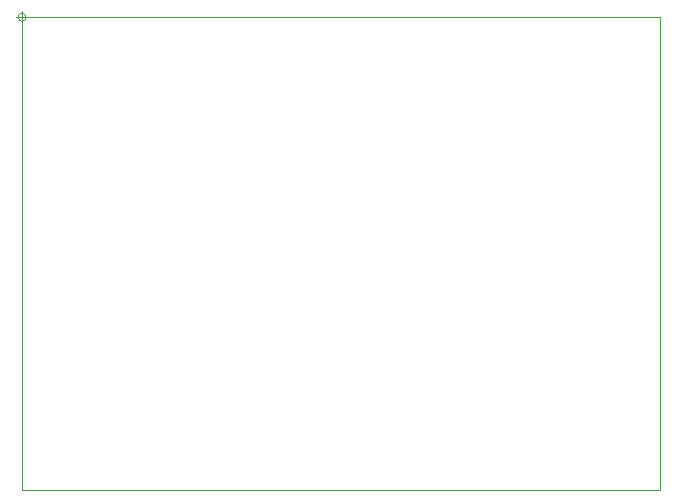
<source format=gbr>
%TF.GenerationSoftware,KiCad,Pcbnew,(6.0.8)*%
%TF.CreationDate,2022-10-20T22:21:08+02:00*%
%TF.ProjectId,WDSSR,57445353-522e-46b6-9963-61645f706362,rev?*%
%TF.SameCoordinates,PX7270e00PY4c4b400*%
%TF.FileFunction,Profile,NP*%
%FSLAX45Y45*%
G04 Gerber Fmt 4.5, Leading zero omitted, Abs format (unit mm)*
G04 Created by KiCad (PCBNEW (6.0.8)) date 2022-10-20 22:21:08*
%MOMM*%
%LPD*%
G01*
G04 APERTURE LIST*
%TA.AperFunction,Profile*%
%ADD10C,0.050000*%
%TD*%
%TA.AperFunction,Profile*%
%ADD11C,0.010000*%
%TD*%
G04 APERTURE END LIST*
D10*
X0Y-4000000D02*
X5400000Y-4000000D01*
X0Y0D02*
X5400000Y0D01*
X0Y0D02*
X0Y-4000000D01*
X5400000Y0D02*
X5400000Y-4000000D01*
D11*
X33333Y0D02*
G75*
G03*
X33333Y0I-33333J0D01*
G01*
X-50000Y0D02*
X50000Y0D01*
X0Y50000D02*
X0Y-50000D01*
M02*

</source>
